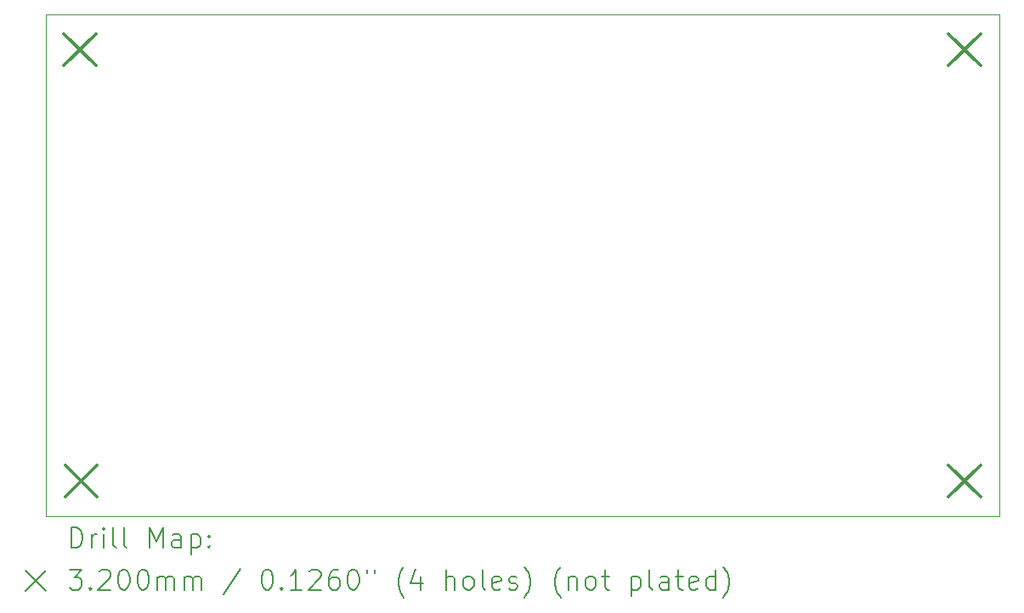
<source format=gbr>
%TF.GenerationSoftware,KiCad,Pcbnew,(6.0.7)*%
%TF.CreationDate,2022-11-22T17:56:18+11:00*%
%TF.ProjectId,epic esc with regen,65706963-2065-4736-9320-776974682072,rev?*%
%TF.SameCoordinates,Original*%
%TF.FileFunction,Drillmap*%
%TF.FilePolarity,Positive*%
%FSLAX45Y45*%
G04 Gerber Fmt 4.5, Leading zero omitted, Abs format (unit mm)*
G04 Created by KiCad (PCBNEW (6.0.7)) date 2022-11-22 17:56:18*
%MOMM*%
%LPD*%
G01*
G04 APERTURE LIST*
%ADD10C,0.100000*%
%ADD11C,0.200000*%
%ADD12C,0.320000*%
G04 APERTURE END LIST*
D10*
X8500000Y-11000000D02*
X18000000Y-11000000D01*
X8500000Y-6000000D02*
X8500000Y-11000000D01*
X18000000Y-6000000D02*
X8500000Y-6000000D01*
X18000000Y-11000000D02*
X18000000Y-6000000D01*
D11*
D12*
X8679200Y-6190000D02*
X8999200Y-6510000D01*
X8999200Y-6190000D02*
X8679200Y-6510000D01*
X8690000Y-10490000D02*
X9010000Y-10810000D01*
X9010000Y-10490000D02*
X8690000Y-10810000D01*
X17490000Y-6190000D02*
X17810000Y-6510000D01*
X17810000Y-6190000D02*
X17490000Y-6510000D01*
X17490000Y-10490000D02*
X17810000Y-10810000D01*
X17810000Y-10490000D02*
X17490000Y-10810000D01*
D11*
X8752619Y-11315476D02*
X8752619Y-11115476D01*
X8800238Y-11115476D01*
X8828810Y-11125000D01*
X8847857Y-11144048D01*
X8857381Y-11163095D01*
X8866905Y-11201190D01*
X8866905Y-11229762D01*
X8857381Y-11267857D01*
X8847857Y-11286905D01*
X8828810Y-11305952D01*
X8800238Y-11315476D01*
X8752619Y-11315476D01*
X8952619Y-11315476D02*
X8952619Y-11182143D01*
X8952619Y-11220238D02*
X8962143Y-11201190D01*
X8971667Y-11191667D01*
X8990714Y-11182143D01*
X9009762Y-11182143D01*
X9076429Y-11315476D02*
X9076429Y-11182143D01*
X9076429Y-11115476D02*
X9066905Y-11125000D01*
X9076429Y-11134524D01*
X9085952Y-11125000D01*
X9076429Y-11115476D01*
X9076429Y-11134524D01*
X9200238Y-11315476D02*
X9181190Y-11305952D01*
X9171667Y-11286905D01*
X9171667Y-11115476D01*
X9305000Y-11315476D02*
X9285952Y-11305952D01*
X9276429Y-11286905D01*
X9276429Y-11115476D01*
X9533571Y-11315476D02*
X9533571Y-11115476D01*
X9600238Y-11258333D01*
X9666905Y-11115476D01*
X9666905Y-11315476D01*
X9847857Y-11315476D02*
X9847857Y-11210714D01*
X9838333Y-11191667D01*
X9819286Y-11182143D01*
X9781190Y-11182143D01*
X9762143Y-11191667D01*
X9847857Y-11305952D02*
X9828810Y-11315476D01*
X9781190Y-11315476D01*
X9762143Y-11305952D01*
X9752619Y-11286905D01*
X9752619Y-11267857D01*
X9762143Y-11248809D01*
X9781190Y-11239286D01*
X9828810Y-11239286D01*
X9847857Y-11229762D01*
X9943095Y-11182143D02*
X9943095Y-11382143D01*
X9943095Y-11191667D02*
X9962143Y-11182143D01*
X10000238Y-11182143D01*
X10019286Y-11191667D01*
X10028810Y-11201190D01*
X10038333Y-11220238D01*
X10038333Y-11277381D01*
X10028810Y-11296428D01*
X10019286Y-11305952D01*
X10000238Y-11315476D01*
X9962143Y-11315476D01*
X9943095Y-11305952D01*
X10124048Y-11296428D02*
X10133571Y-11305952D01*
X10124048Y-11315476D01*
X10114524Y-11305952D01*
X10124048Y-11296428D01*
X10124048Y-11315476D01*
X10124048Y-11191667D02*
X10133571Y-11201190D01*
X10124048Y-11210714D01*
X10114524Y-11201190D01*
X10124048Y-11191667D01*
X10124048Y-11210714D01*
X8295000Y-11545000D02*
X8495000Y-11745000D01*
X8495000Y-11545000D02*
X8295000Y-11745000D01*
X8733571Y-11535476D02*
X8857381Y-11535476D01*
X8790714Y-11611667D01*
X8819286Y-11611667D01*
X8838333Y-11621190D01*
X8847857Y-11630714D01*
X8857381Y-11649762D01*
X8857381Y-11697381D01*
X8847857Y-11716428D01*
X8838333Y-11725952D01*
X8819286Y-11735476D01*
X8762143Y-11735476D01*
X8743095Y-11725952D01*
X8733571Y-11716428D01*
X8943095Y-11716428D02*
X8952619Y-11725952D01*
X8943095Y-11735476D01*
X8933571Y-11725952D01*
X8943095Y-11716428D01*
X8943095Y-11735476D01*
X9028810Y-11554524D02*
X9038333Y-11545000D01*
X9057381Y-11535476D01*
X9105000Y-11535476D01*
X9124048Y-11545000D01*
X9133571Y-11554524D01*
X9143095Y-11573571D01*
X9143095Y-11592619D01*
X9133571Y-11621190D01*
X9019286Y-11735476D01*
X9143095Y-11735476D01*
X9266905Y-11535476D02*
X9285952Y-11535476D01*
X9305000Y-11545000D01*
X9314524Y-11554524D01*
X9324048Y-11573571D01*
X9333571Y-11611667D01*
X9333571Y-11659286D01*
X9324048Y-11697381D01*
X9314524Y-11716428D01*
X9305000Y-11725952D01*
X9285952Y-11735476D01*
X9266905Y-11735476D01*
X9247857Y-11725952D01*
X9238333Y-11716428D01*
X9228810Y-11697381D01*
X9219286Y-11659286D01*
X9219286Y-11611667D01*
X9228810Y-11573571D01*
X9238333Y-11554524D01*
X9247857Y-11545000D01*
X9266905Y-11535476D01*
X9457381Y-11535476D02*
X9476429Y-11535476D01*
X9495476Y-11545000D01*
X9505000Y-11554524D01*
X9514524Y-11573571D01*
X9524048Y-11611667D01*
X9524048Y-11659286D01*
X9514524Y-11697381D01*
X9505000Y-11716428D01*
X9495476Y-11725952D01*
X9476429Y-11735476D01*
X9457381Y-11735476D01*
X9438333Y-11725952D01*
X9428810Y-11716428D01*
X9419286Y-11697381D01*
X9409762Y-11659286D01*
X9409762Y-11611667D01*
X9419286Y-11573571D01*
X9428810Y-11554524D01*
X9438333Y-11545000D01*
X9457381Y-11535476D01*
X9609762Y-11735476D02*
X9609762Y-11602143D01*
X9609762Y-11621190D02*
X9619286Y-11611667D01*
X9638333Y-11602143D01*
X9666905Y-11602143D01*
X9685952Y-11611667D01*
X9695476Y-11630714D01*
X9695476Y-11735476D01*
X9695476Y-11630714D02*
X9705000Y-11611667D01*
X9724048Y-11602143D01*
X9752619Y-11602143D01*
X9771667Y-11611667D01*
X9781190Y-11630714D01*
X9781190Y-11735476D01*
X9876429Y-11735476D02*
X9876429Y-11602143D01*
X9876429Y-11621190D02*
X9885952Y-11611667D01*
X9905000Y-11602143D01*
X9933571Y-11602143D01*
X9952619Y-11611667D01*
X9962143Y-11630714D01*
X9962143Y-11735476D01*
X9962143Y-11630714D02*
X9971667Y-11611667D01*
X9990714Y-11602143D01*
X10019286Y-11602143D01*
X10038333Y-11611667D01*
X10047857Y-11630714D01*
X10047857Y-11735476D01*
X10438333Y-11525952D02*
X10266905Y-11783095D01*
X10695476Y-11535476D02*
X10714524Y-11535476D01*
X10733571Y-11545000D01*
X10743095Y-11554524D01*
X10752619Y-11573571D01*
X10762143Y-11611667D01*
X10762143Y-11659286D01*
X10752619Y-11697381D01*
X10743095Y-11716428D01*
X10733571Y-11725952D01*
X10714524Y-11735476D01*
X10695476Y-11735476D01*
X10676429Y-11725952D01*
X10666905Y-11716428D01*
X10657381Y-11697381D01*
X10647857Y-11659286D01*
X10647857Y-11611667D01*
X10657381Y-11573571D01*
X10666905Y-11554524D01*
X10676429Y-11545000D01*
X10695476Y-11535476D01*
X10847857Y-11716428D02*
X10857381Y-11725952D01*
X10847857Y-11735476D01*
X10838333Y-11725952D01*
X10847857Y-11716428D01*
X10847857Y-11735476D01*
X11047857Y-11735476D02*
X10933571Y-11735476D01*
X10990714Y-11735476D02*
X10990714Y-11535476D01*
X10971667Y-11564048D01*
X10952619Y-11583095D01*
X10933571Y-11592619D01*
X11124048Y-11554524D02*
X11133571Y-11545000D01*
X11152619Y-11535476D01*
X11200238Y-11535476D01*
X11219286Y-11545000D01*
X11228809Y-11554524D01*
X11238333Y-11573571D01*
X11238333Y-11592619D01*
X11228809Y-11621190D01*
X11114524Y-11735476D01*
X11238333Y-11735476D01*
X11409762Y-11535476D02*
X11371667Y-11535476D01*
X11352619Y-11545000D01*
X11343095Y-11554524D01*
X11324048Y-11583095D01*
X11314524Y-11621190D01*
X11314524Y-11697381D01*
X11324048Y-11716428D01*
X11333571Y-11725952D01*
X11352619Y-11735476D01*
X11390714Y-11735476D01*
X11409762Y-11725952D01*
X11419286Y-11716428D01*
X11428809Y-11697381D01*
X11428809Y-11649762D01*
X11419286Y-11630714D01*
X11409762Y-11621190D01*
X11390714Y-11611667D01*
X11352619Y-11611667D01*
X11333571Y-11621190D01*
X11324048Y-11630714D01*
X11314524Y-11649762D01*
X11552619Y-11535476D02*
X11571667Y-11535476D01*
X11590714Y-11545000D01*
X11600238Y-11554524D01*
X11609762Y-11573571D01*
X11619286Y-11611667D01*
X11619286Y-11659286D01*
X11609762Y-11697381D01*
X11600238Y-11716428D01*
X11590714Y-11725952D01*
X11571667Y-11735476D01*
X11552619Y-11735476D01*
X11533571Y-11725952D01*
X11524048Y-11716428D01*
X11514524Y-11697381D01*
X11505000Y-11659286D01*
X11505000Y-11611667D01*
X11514524Y-11573571D01*
X11524048Y-11554524D01*
X11533571Y-11545000D01*
X11552619Y-11535476D01*
X11695476Y-11535476D02*
X11695476Y-11573571D01*
X11771667Y-11535476D02*
X11771667Y-11573571D01*
X12066905Y-11811667D02*
X12057381Y-11802143D01*
X12038333Y-11773571D01*
X12028809Y-11754524D01*
X12019286Y-11725952D01*
X12009762Y-11678333D01*
X12009762Y-11640238D01*
X12019286Y-11592619D01*
X12028809Y-11564048D01*
X12038333Y-11545000D01*
X12057381Y-11516428D01*
X12066905Y-11506905D01*
X12228809Y-11602143D02*
X12228809Y-11735476D01*
X12181190Y-11525952D02*
X12133571Y-11668809D01*
X12257381Y-11668809D01*
X12485952Y-11735476D02*
X12485952Y-11535476D01*
X12571667Y-11735476D02*
X12571667Y-11630714D01*
X12562143Y-11611667D01*
X12543095Y-11602143D01*
X12514524Y-11602143D01*
X12495476Y-11611667D01*
X12485952Y-11621190D01*
X12695476Y-11735476D02*
X12676428Y-11725952D01*
X12666905Y-11716428D01*
X12657381Y-11697381D01*
X12657381Y-11640238D01*
X12666905Y-11621190D01*
X12676428Y-11611667D01*
X12695476Y-11602143D01*
X12724048Y-11602143D01*
X12743095Y-11611667D01*
X12752619Y-11621190D01*
X12762143Y-11640238D01*
X12762143Y-11697381D01*
X12752619Y-11716428D01*
X12743095Y-11725952D01*
X12724048Y-11735476D01*
X12695476Y-11735476D01*
X12876428Y-11735476D02*
X12857381Y-11725952D01*
X12847857Y-11706905D01*
X12847857Y-11535476D01*
X13028809Y-11725952D02*
X13009762Y-11735476D01*
X12971667Y-11735476D01*
X12952619Y-11725952D01*
X12943095Y-11706905D01*
X12943095Y-11630714D01*
X12952619Y-11611667D01*
X12971667Y-11602143D01*
X13009762Y-11602143D01*
X13028809Y-11611667D01*
X13038333Y-11630714D01*
X13038333Y-11649762D01*
X12943095Y-11668809D01*
X13114524Y-11725952D02*
X13133571Y-11735476D01*
X13171667Y-11735476D01*
X13190714Y-11725952D01*
X13200238Y-11706905D01*
X13200238Y-11697381D01*
X13190714Y-11678333D01*
X13171667Y-11668809D01*
X13143095Y-11668809D01*
X13124048Y-11659286D01*
X13114524Y-11640238D01*
X13114524Y-11630714D01*
X13124048Y-11611667D01*
X13143095Y-11602143D01*
X13171667Y-11602143D01*
X13190714Y-11611667D01*
X13266905Y-11811667D02*
X13276428Y-11802143D01*
X13295476Y-11773571D01*
X13305000Y-11754524D01*
X13314524Y-11725952D01*
X13324048Y-11678333D01*
X13324048Y-11640238D01*
X13314524Y-11592619D01*
X13305000Y-11564048D01*
X13295476Y-11545000D01*
X13276428Y-11516428D01*
X13266905Y-11506905D01*
X13628809Y-11811667D02*
X13619286Y-11802143D01*
X13600238Y-11773571D01*
X13590714Y-11754524D01*
X13581190Y-11725952D01*
X13571667Y-11678333D01*
X13571667Y-11640238D01*
X13581190Y-11592619D01*
X13590714Y-11564048D01*
X13600238Y-11545000D01*
X13619286Y-11516428D01*
X13628809Y-11506905D01*
X13705000Y-11602143D02*
X13705000Y-11735476D01*
X13705000Y-11621190D02*
X13714524Y-11611667D01*
X13733571Y-11602143D01*
X13762143Y-11602143D01*
X13781190Y-11611667D01*
X13790714Y-11630714D01*
X13790714Y-11735476D01*
X13914524Y-11735476D02*
X13895476Y-11725952D01*
X13885952Y-11716428D01*
X13876428Y-11697381D01*
X13876428Y-11640238D01*
X13885952Y-11621190D01*
X13895476Y-11611667D01*
X13914524Y-11602143D01*
X13943095Y-11602143D01*
X13962143Y-11611667D01*
X13971667Y-11621190D01*
X13981190Y-11640238D01*
X13981190Y-11697381D01*
X13971667Y-11716428D01*
X13962143Y-11725952D01*
X13943095Y-11735476D01*
X13914524Y-11735476D01*
X14038333Y-11602143D02*
X14114524Y-11602143D01*
X14066905Y-11535476D02*
X14066905Y-11706905D01*
X14076428Y-11725952D01*
X14095476Y-11735476D01*
X14114524Y-11735476D01*
X14333571Y-11602143D02*
X14333571Y-11802143D01*
X14333571Y-11611667D02*
X14352619Y-11602143D01*
X14390714Y-11602143D01*
X14409762Y-11611667D01*
X14419286Y-11621190D01*
X14428809Y-11640238D01*
X14428809Y-11697381D01*
X14419286Y-11716428D01*
X14409762Y-11725952D01*
X14390714Y-11735476D01*
X14352619Y-11735476D01*
X14333571Y-11725952D01*
X14543095Y-11735476D02*
X14524048Y-11725952D01*
X14514524Y-11706905D01*
X14514524Y-11535476D01*
X14705000Y-11735476D02*
X14705000Y-11630714D01*
X14695476Y-11611667D01*
X14676428Y-11602143D01*
X14638333Y-11602143D01*
X14619286Y-11611667D01*
X14705000Y-11725952D02*
X14685952Y-11735476D01*
X14638333Y-11735476D01*
X14619286Y-11725952D01*
X14609762Y-11706905D01*
X14609762Y-11687857D01*
X14619286Y-11668809D01*
X14638333Y-11659286D01*
X14685952Y-11659286D01*
X14705000Y-11649762D01*
X14771667Y-11602143D02*
X14847857Y-11602143D01*
X14800238Y-11535476D02*
X14800238Y-11706905D01*
X14809762Y-11725952D01*
X14828809Y-11735476D01*
X14847857Y-11735476D01*
X14990714Y-11725952D02*
X14971667Y-11735476D01*
X14933571Y-11735476D01*
X14914524Y-11725952D01*
X14905000Y-11706905D01*
X14905000Y-11630714D01*
X14914524Y-11611667D01*
X14933571Y-11602143D01*
X14971667Y-11602143D01*
X14990714Y-11611667D01*
X15000238Y-11630714D01*
X15000238Y-11649762D01*
X14905000Y-11668809D01*
X15171667Y-11735476D02*
X15171667Y-11535476D01*
X15171667Y-11725952D02*
X15152619Y-11735476D01*
X15114524Y-11735476D01*
X15095476Y-11725952D01*
X15085952Y-11716428D01*
X15076428Y-11697381D01*
X15076428Y-11640238D01*
X15085952Y-11621190D01*
X15095476Y-11611667D01*
X15114524Y-11602143D01*
X15152619Y-11602143D01*
X15171667Y-11611667D01*
X15247857Y-11811667D02*
X15257381Y-11802143D01*
X15276428Y-11773571D01*
X15285952Y-11754524D01*
X15295476Y-11725952D01*
X15305000Y-11678333D01*
X15305000Y-11640238D01*
X15295476Y-11592619D01*
X15285952Y-11564048D01*
X15276428Y-11545000D01*
X15257381Y-11516428D01*
X15247857Y-11506905D01*
M02*

</source>
